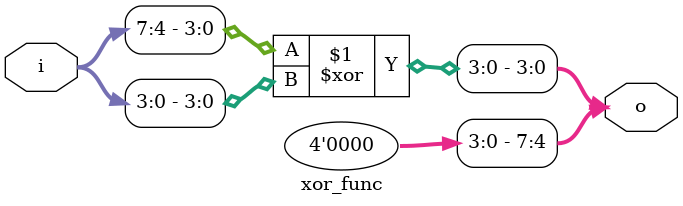
<source format=v>

module xor_func #(
    parameter HALF_DATA_WIDTH = 4
  ) (
    input wire [HALF_DATA_WIDTH*2-1:0] i,
    output wire [HALF_DATA_WIDTH*2-1:0] o
  );


  assign o = {{HALF_DATA_WIDTH{1'b0}},i[HALF_DATA_WIDTH*2-1:HALF_DATA_WIDTH] ^ i[HALF_DATA_WIDTH-1:0]};

endmodule

</source>
